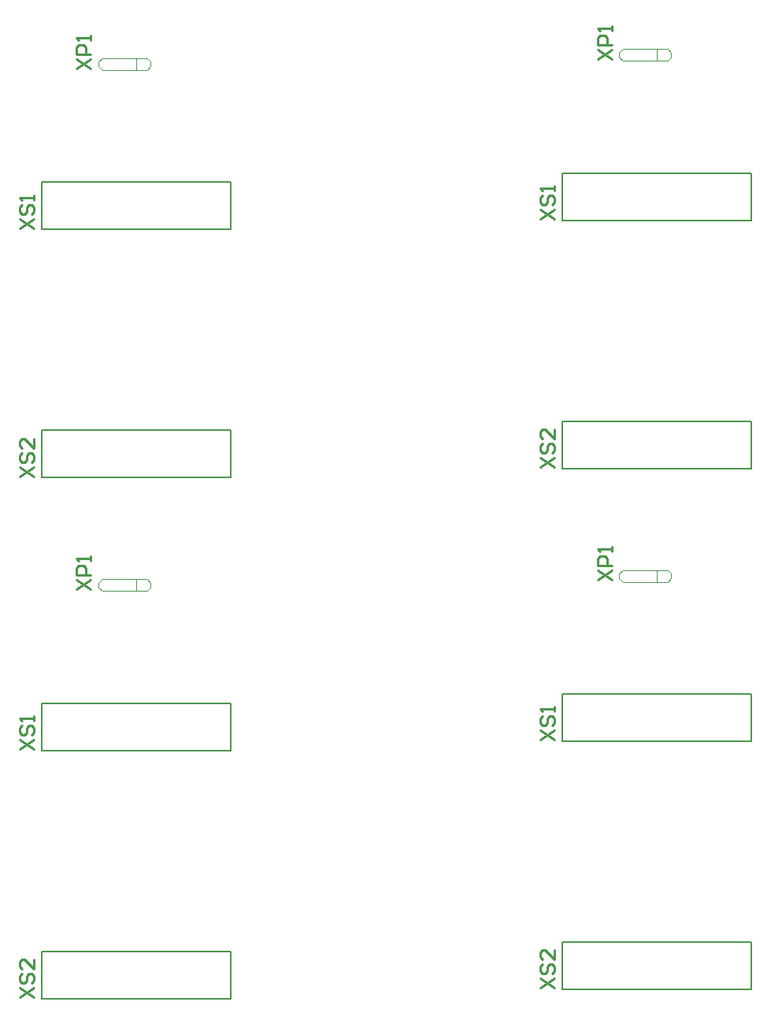
<source format=gbr>
G04*
G04 #@! TF.GenerationSoftware,Altium Limited,Altium Designer,22.4.2 (48)*
G04*
G04 Layer_Color=65535*
%FSLAX25Y25*%
%MOIN*%
G70*
G04*
G04 #@! TF.SameCoordinates,836F5DEB-E3E8-4EF0-AA83-6B4C30FB293A*
G04*
G04*
G04 #@! TF.FilePolarity,Positive*
G04*
G01*
G75*
%ADD17C,0.00394*%
%ADD18C,0.00787*%
%ADD19C,0.01000*%
D17*
X229972Y311910D02*
X210972D01*
X229972Y316910D02*
X210972D01*
X231472Y313409D02*
Y315409D01*
X229972Y311910D02*
X231472Y313409D01*
Y315409D02*
X229972Y316910D01*
X225472Y311910D02*
Y316910D01*
X209472Y313409D02*
Y315409D01*
X210972Y311910D02*
X209472Y313409D01*
Y315409D02*
X210972Y316910D01*
X229972Y91437D02*
X210972D01*
X229972Y96437D02*
X210972D01*
X231472Y92937D02*
Y94937D01*
X229972Y91437D02*
X231472Y92937D01*
Y94937D02*
X229972Y96437D01*
X225472Y91437D02*
Y96437D01*
X209472Y92937D02*
Y94937D01*
X210972Y91437D02*
X209472Y92937D01*
Y94937D02*
X210972Y96437D01*
X9500Y87500D02*
X-9500D01*
X9500Y92500D02*
X-9500D01*
X11000Y89000D02*
Y91000D01*
X9500Y87500D02*
X11000Y89000D01*
Y91000D02*
X9500Y92500D01*
X5000Y87500D02*
Y92500D01*
X-11000Y89000D02*
Y91000D01*
X-9500Y87500D02*
X-11000Y89000D01*
Y91000D02*
X-9500Y92500D01*
X9500Y307972D02*
X-9500D01*
X9500Y312972D02*
X-9500D01*
X11000Y309472D02*
Y311472D01*
X9500Y307972D02*
X11000Y309472D01*
Y311472D02*
X9500Y312972D01*
X5000Y307972D02*
Y312972D01*
X-11000Y309472D02*
Y311472D01*
X-9500Y307972D02*
X-11000Y309472D01*
Y311472D02*
X-9500Y312972D01*
D18*
X185472Y244409D02*
Y264409D01*
X265472Y244409D02*
Y264409D01*
Y244409D02*
X185472D01*
X265472Y264409D02*
X185472D01*
Y139409D02*
Y159409D01*
X265472Y139409D02*
Y159409D01*
Y139409D02*
X185472D01*
X265472Y159409D02*
X185472D01*
Y23937D02*
Y43937D01*
X265472Y23937D02*
Y43937D01*
Y23937D02*
X185472D01*
X265472Y43937D02*
X185472D01*
Y-81063D02*
Y-61063D01*
X265472Y-81063D02*
Y-61063D01*
Y-81063D02*
X185472D01*
X265472Y-61063D02*
X185472D01*
X-35000Y20000D02*
Y40000D01*
X45000Y20000D02*
Y40000D01*
Y20000D02*
X-35000D01*
X45000Y40000D02*
X-35000D01*
Y-85000D02*
Y-65000D01*
X45000Y-85000D02*
Y-65000D01*
Y-85000D02*
X-35000D01*
X45000Y-65000D02*
X-35000D01*
Y240472D02*
Y260472D01*
X45000Y240472D02*
Y260472D01*
Y240472D02*
X-35000D01*
X45000Y260472D02*
X-35000D01*
Y135472D02*
Y155472D01*
X45000Y135472D02*
Y155472D01*
Y135472D02*
X-35000D01*
X45000Y155472D02*
X-35000D01*
D19*
X200274Y312709D02*
X206272Y316708D01*
X200274D02*
X206272Y312709D01*
Y318707D02*
X200274D01*
Y321707D01*
X201274Y322706D01*
X203273D01*
X204273Y321707D01*
Y318707D01*
X206272Y324706D02*
Y326705D01*
Y325705D01*
X200274D01*
X201274Y324706D01*
X176074Y140009D02*
X182072Y144008D01*
X176074D02*
X182072Y140009D01*
X177074Y150006D02*
X176074Y149006D01*
Y147007D01*
X177074Y146008D01*
X178074D01*
X179073Y147007D01*
Y149006D01*
X180073Y150006D01*
X181073D01*
X182072Y149006D01*
Y147007D01*
X181073Y146008D01*
X182072Y156004D02*
Y152006D01*
X178074Y156004D01*
X177074D01*
X176074Y155005D01*
Y153005D01*
X177074Y152006D01*
X176074Y245009D02*
X182072Y249008D01*
X176074D02*
X182072Y245009D01*
X177074Y255006D02*
X176074Y254007D01*
Y252007D01*
X177074Y251008D01*
X178074D01*
X179073Y252007D01*
Y254007D01*
X180073Y255006D01*
X181073D01*
X182072Y254007D01*
Y252007D01*
X181073Y251008D01*
X182072Y257006D02*
Y259005D01*
Y258005D01*
X176074D01*
X177074Y257006D01*
X200274Y92237D02*
X206272Y96236D01*
X200274D02*
X206272Y92237D01*
Y98235D02*
X200274D01*
Y101234D01*
X201274Y102234D01*
X203273D01*
X204273Y101234D01*
Y98235D01*
X206272Y104233D02*
Y106233D01*
Y105233D01*
X200274D01*
X201274Y104233D01*
X176074Y-80463D02*
X182072Y-76464D01*
X176074D02*
X182072Y-80463D01*
X177074Y-70466D02*
X176074Y-71466D01*
Y-73465D01*
X177074Y-74465D01*
X178074D01*
X179073Y-73465D01*
Y-71466D01*
X180073Y-70466D01*
X181073D01*
X182072Y-71466D01*
Y-73465D01*
X181073Y-74465D01*
X182072Y-64468D02*
Y-68467D01*
X178074Y-64468D01*
X177074D01*
X176074Y-65468D01*
Y-67467D01*
X177074Y-68467D01*
X176074Y24537D02*
X182072Y28536D01*
X176074D02*
X182072Y24537D01*
X177074Y34534D02*
X176074Y33534D01*
Y31535D01*
X177074Y30535D01*
X178074D01*
X179073Y31535D01*
Y33534D01*
X180073Y34534D01*
X181073D01*
X182072Y33534D01*
Y31535D01*
X181073Y30535D01*
X182072Y36533D02*
Y38533D01*
Y37533D01*
X176074D01*
X177074Y36533D01*
X-20198Y88300D02*
X-14200Y92299D01*
X-20198D02*
X-14200Y88300D01*
Y94298D02*
X-20198D01*
Y97297D01*
X-19198Y98297D01*
X-17199D01*
X-16199Y97297D01*
Y94298D01*
X-14200Y100296D02*
Y102295D01*
Y101296D01*
X-20198D01*
X-19198Y100296D01*
X-44398Y-84400D02*
X-38400Y-80401D01*
X-44398D02*
X-38400Y-84400D01*
X-43398Y-74403D02*
X-44398Y-75403D01*
Y-77402D01*
X-43398Y-78402D01*
X-42399D01*
X-41399Y-77402D01*
Y-75403D01*
X-40399Y-74403D01*
X-39400D01*
X-38400Y-75403D01*
Y-77402D01*
X-39400Y-78402D01*
X-38400Y-68405D02*
Y-72404D01*
X-42399Y-68405D01*
X-43398D01*
X-44398Y-69405D01*
Y-71404D01*
X-43398Y-72404D01*
X-44398Y20600D02*
X-38400Y24599D01*
X-44398D02*
X-38400Y20600D01*
X-43398Y30597D02*
X-44398Y29597D01*
Y27598D01*
X-43398Y26598D01*
X-42399D01*
X-41399Y27598D01*
Y29597D01*
X-40399Y30597D01*
X-39400D01*
X-38400Y29597D01*
Y27598D01*
X-39400Y26598D01*
X-38400Y32596D02*
Y34596D01*
Y33596D01*
X-44398D01*
X-43398Y32596D01*
X-20198Y308772D02*
X-14200Y312771D01*
X-20198D02*
X-14200Y308772D01*
Y314771D02*
X-20198D01*
Y317770D01*
X-19198Y318769D01*
X-17199D01*
X-16199Y317770D01*
Y314771D01*
X-14200Y320769D02*
Y322768D01*
Y321768D01*
X-20198D01*
X-19198Y320769D01*
X-44398Y136072D02*
X-38400Y140071D01*
X-44398D02*
X-38400Y136072D01*
X-43398Y146069D02*
X-44398Y145070D01*
Y143070D01*
X-43398Y142070D01*
X-42399D01*
X-41399Y143070D01*
Y145070D01*
X-40399Y146069D01*
X-39400D01*
X-38400Y145070D01*
Y143070D01*
X-39400Y142070D01*
X-38400Y152067D02*
Y148069D01*
X-42399Y152067D01*
X-43398D01*
X-44398Y151068D01*
Y149068D01*
X-43398Y148069D01*
X-44398Y241072D02*
X-38400Y245071D01*
X-44398D02*
X-38400Y241072D01*
X-43398Y251069D02*
X-44398Y250069D01*
Y248070D01*
X-43398Y247071D01*
X-42399D01*
X-41399Y248070D01*
Y250069D01*
X-40399Y251069D01*
X-39400D01*
X-38400Y250069D01*
Y248070D01*
X-39400Y247071D01*
X-38400Y253069D02*
Y255068D01*
Y254068D01*
X-44398D01*
X-43398Y253069D01*
M02*

</source>
